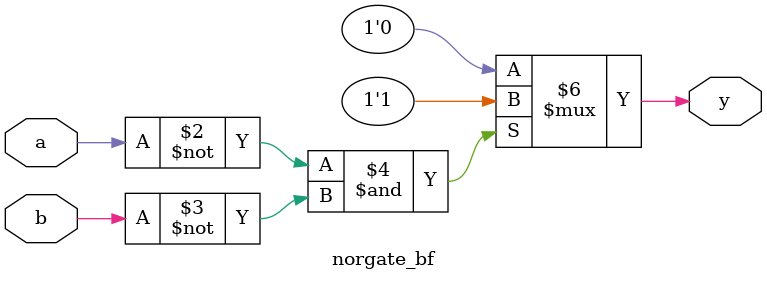
<source format=v>
`timescale 1ns / 1ps


module norgate_bf(y,a,b);
output y; 
input a,b; 
reg y; 
always@(a,b) 
begin 
if(a==1'b0 & b==1'b0) 
y=1; 
else 
y=0; 
end 
endmodule 

</source>
